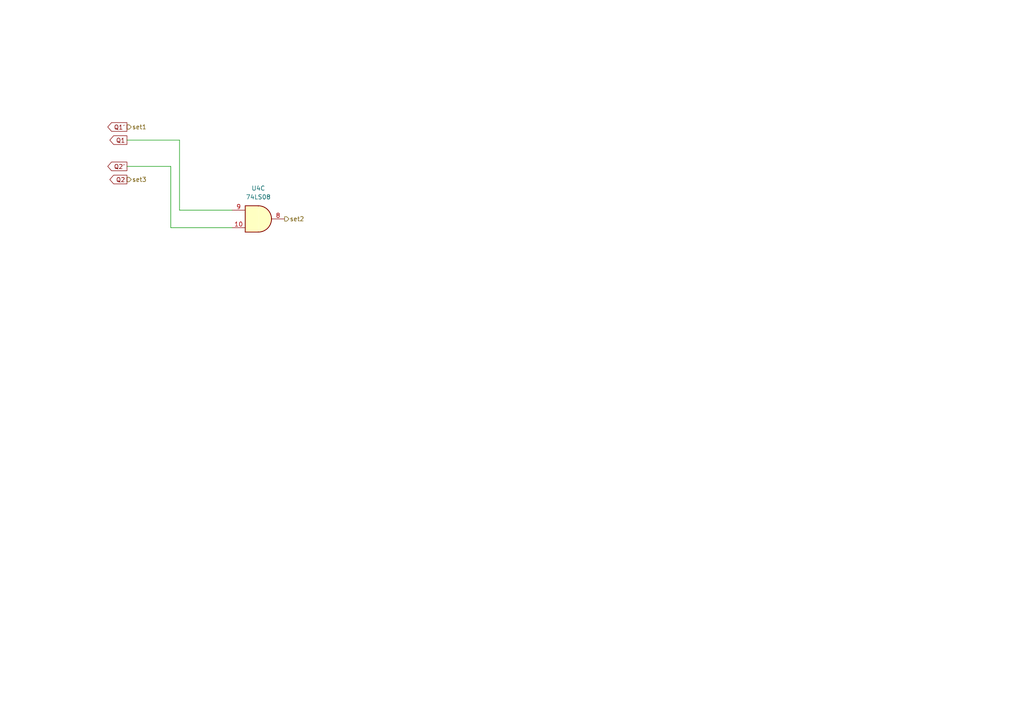
<source format=kicad_sch>
(kicad_sch (version 20250114) (generator "eeschema") (generator_version "9.0")
  (paper "A4")
  (lib_symbols
    (symbol "74xx:74LS08" (pin_names (offset 1.016))
      (property "Reference" "U" (at 0 1.27 0))
      (property "Value" "74LS08" (at 0 -1.27 0))
      (symbol "74LS08_1_1"
        (arc (start 0 3.81) (mid 3.7934 0) (end 0 -3.81) (stroke (width 0.254)) (fill (type background)))
        (polyline (pts (xy 0 3.81) (xy -3.81 3.81) (xy -3.81 -3.81) (xy 0 -3.81)) (stroke (width 0.254)) (fill (type background)))
        (pin input line (at -7.62 2.54 0) (length 3.81) (name "~") (number "1"))
        (pin input line (at -7.62 -2.54 0) (length 3.81) (name "~") (number "2"))
        (pin output line (at 7.62 0 180) (length 3.81) (name "~") (number "3"))
      )
      (symbol "74LS08_1_2"
        (arc (start -3.81 3.81) (mid -2.589 0) (end -3.81 -3.81) (stroke (width 0.254)))
        (polyline (pts (xy -3.81 3.81) (xy -0.635 3.81)) (stroke (width 0.254)) (fill (type background)))
        (polyline (pts (xy -3.81 -3.81) (xy -0.635 -3.81)) (stroke (width 0.254)) (fill (type background)))
        (arc (start 3.81 0) (mid 2.1855 -2.584) (end -0.6096 -3.81) (stroke (width 0.254)) (fill (type background)))
        (arc (start -0.6096 3.81) (mid 2.1928 2.5924) (end 3.81 0) (stroke (width 0.254)) (fill (type background)))
        (polyline (pts (xy -0.635 3.81) (xy -3.81 3.81) (xy -3.81 3.81) (xy -3.556 3.4036) (xy -3.0226 2.2606) (xy -2.6924 1.0414) (xy -2.6162 -0.254) (xy -2.7686 -1.4986) (xy -3.175 -2.7178) (xy -3.81 -3.81) (xy -3.81 -3.81) (xy -0.635 -3.81)) (stroke (width -25.4)) (fill (type background)))
        (pin input inverted (at -7.62 2.54 0) (length 4.318) (name "~") (number "1"))
        (pin input inverted (at -7.62 -2.54 0) (length 4.318) (name "~") (number "2"))
        (pin output inverted (at 7.62 0 180) (length 3.81) (name "~") (number "3"))
      )
      (symbol "74LS08_2_1"
        (arc (start 0 3.81) (mid 3.7934 0) (end 0 -3.81) (stroke (width 0.254)) (fill (type background)))
        (polyline (pts (xy 0 3.81) (xy -3.81 3.81) (xy -3.81 -3.81) (xy 0 -3.81)) (stroke (width 0.254)) (fill (type background)))
        (pin input line (at -7.62 2.54 0) (length 3.81) (name "~") (number "4"))
        (pin input line (at -7.62 -2.54 0) (length 3.81) (name "~") (number "5"))
        (pin output line (at 7.62 0 180) (length 3.81) (name "~") (number "6"))
      )
      (symbol "74LS08_2_2"
        (arc (start -3.81 3.81) (mid -2.589 0) (end -3.81 -3.81) (stroke (width 0.254)))
        (polyline (pts (xy -3.81 3.81) (xy -0.635 3.81)) (stroke (width 0.254)) (fill (type background)))
        (polyline (pts (xy -3.81 -3.81) (xy -0.635 -3.81)) (stroke (width 0.254)) (fill (type background)))
        (arc (start 3.81 0) (mid 2.1855 -2.584) (end -0.6096 -3.81) (stroke (width 0.254)) (fill (type background)))
        (arc (start -0.6096 3.81) (mid 2.1928 2.5924) (end 3.81 0) (stroke (width 0.254)) (fill (type background)))
        (polyline (pts (xy -0.635 3.81) (xy -3.81 3.81) (xy -3.81 3.81) (xy -3.556 3.4036) (xy -3.0226 2.2606) (xy -2.6924 1.0414) (xy -2.6162 -0.254) (xy -2.7686 -1.4986) (xy -3.175 -2.7178) (xy -3.81 -3.81) (xy -3.81 -3.81) (xy -0.635 -3.81)) (stroke (width -25.4)) (fill (type background)))
        (pin input inverted (at -7.62 2.54 0) (length 4.318) (name "~") (number "4"))
        (pin input inverted (at -7.62 -2.54 0) (length 4.318) (name "~") (number "5"))
        (pin output inverted (at 7.62 0 180) (length 3.81) (name "~") (number "6"))
      )
      (symbol "74LS08_3_1"
        (arc (start 0 3.81) (mid 3.7934 0) (end 0 -3.81) (stroke (width 0.254)) (fill (type background)))
        (polyline (pts (xy 0 3.81) (xy -3.81 3.81) (xy -3.81 -3.81) (xy 0 -3.81)) (stroke (width 0.254)) (fill (type background)))
        (pin input line (at -7.62 2.54 0) (length 3.81) (name "~") (number "9"))
        (pin input line (at -7.62 -2.54 0) (length 3.81) (name "~") (number "10"))
        (pin output line (at 7.62 0 180) (length 3.81) (name "~") (number "8"))
      )
      (symbol "74LS08_3_2"
        (arc (start -3.81 3.81) (mid -2.589 0) (end -3.81 -3.81) (stroke (width 0.254)))
        (polyline (pts (xy -3.81 3.81) (xy -0.635 3.81)) (stroke (width 0.254)) (fill (type background)))
        (polyline (pts (xy -3.81 -3.81) (xy -0.635 -3.81)) (stroke (width 0.254)) (fill (type background)))
        (arc (start 3.81 0) (mid 2.1855 -2.584) (end -0.6096 -3.81) (stroke (width 0.254)) (fill (type background)))
        (arc (start -0.6096 3.81) (mid 2.1928 2.5924) (end 3.81 0) (stroke (width 0.254)) (fill (type background)))
        (polyline (pts (xy -0.635 3.81) (xy -3.81 3.81) (xy -3.81 3.81) (xy -3.556 3.4036) (xy -3.0226 2.2606) (xy -2.6924 1.0414) (xy -2.6162 -0.254) (xy -2.7686 -1.4986) (xy -3.175 -2.7178) (xy -3.81 -3.81) (xy -3.81 -3.81) (xy -0.635 -3.81)) (stroke (width -25.4)) (fill (type background)))
        (pin input inverted (at -7.62 2.54 0) (length 4.318) (name "~") (number "9"))
        (pin input inverted (at -7.62 -2.54 0) (length 4.318) (name "~") (number "10"))
        (pin output inverted (at 7.62 0 180) (length 3.81) (name "~") (number "8"))
      )
      (symbol "74LS08_4_1"
        (arc (start 0 3.81) (mid 3.7934 0) (end 0 -3.81) (stroke (width 0.254)) (fill (type background)))
        (polyline (pts (xy 0 3.81) (xy -3.81 3.81) (xy -3.81 -3.81) (xy 0 -3.81)) (stroke (width 0.254)) (fill (type background)))
        (pin input line (at -7.62 2.54 0) (length 3.81) (name "~") (number "12"))
        (pin input line (at -7.62 -2.54 0) (length 3.81) (name "~") (number "13"))
        (pin output line (at 7.62 0 180) (length 3.81) (name "~") (number "11"))
      )
      (symbol "74LS08_4_2"
        (arc (start -3.81 3.81) (mid -2.589 0) (end -3.81 -3.81) (stroke (width 0.254)))
        (polyline (pts (xy -3.81 3.81) (xy -0.635 3.81)) (stroke (width 0.254)) (fill (type background)))
        (polyline (pts (xy -3.81 -3.81) (xy -0.635 -3.81)) (stroke (width 0.254)) (fill (type background)))
        (arc (start 3.81 0) (mid 2.1855 -2.584) (end -0.6096 -3.81) (stroke (width 0.254)) (fill (type background)))
        (arc (start -0.6096 3.81) (mid 2.1928 2.5924) (end 3.81 0) (stroke (width 0.254)) (fill (type background)))
        (polyline (pts (xy -0.635 3.81) (xy -3.81 3.81) (xy -3.81 3.81) (xy -3.556 3.4036) (xy -3.0226 2.2606) (xy -2.6924 1.0414) (xy -2.6162 -0.254) (xy -2.7686 -1.4986) (xy -3.175 -2.7178) (xy -3.81 -3.81) (xy -3.81 -3.81) (xy -0.635 -3.81)) (stroke (width -25.4)) (fill (type background)))
        (pin input inverted (at -7.62 2.54 0) (length 4.318) (name "~") (number "12"))
        (pin input inverted (at -7.62 -2.54 0) (length 4.318) (name "~") (number "13"))
        (pin output inverted (at 7.62 0 180) (length 3.81) (name "~") (number "11"))
      )
      (symbol "74LS08_5_0"
        (pin power_in line (at 0 12.7 270) (length 5.08) (name "VCC") (number "14"))
        (pin power_in line (at 0 -12.7 90) (length 5.08) (name "GND") (number "7"))
      )
      (symbol "74LS08_5_1"
        (rectangle (start -5.08 7.62) (end 5.08 -7.62) (stroke (width 0.254)) (fill (type background)))
      )
    )
  )
  (wire (pts (xy 52.07 60.96) (xy 67.31 60.96)))
  (wire (pts (xy 36.83 48.26) (xy 49.53 48.26)))
  (wire (pts (xy 49.53 48.26) (xy 49.53 66.04)))
  (wire (pts (xy 36.83 40.64) (xy 52.07 40.64)))
  (wire (pts (xy 49.53 66.04) (xy 67.31 66.04)))
  (wire (pts (xy 52.07 40.64) (xy 52.07 60.96)))
  (global_label "Q2" (shape output) (at 36.83 52.07 180) (property "Intersheetrefs" "${INTERSHEET_REFS}" (effects (hide yes))))
  (global_label "Q1" (shape output) (at 36.83 40.64 180) (property "Intersheetrefs" "${INTERSHEET_REFS}" (effects (hide yes))))
  (global_label "Q1'" (shape output) (at 36.83 36.83 180) (property "Intersheetrefs" "${INTERSHEET_REFS}" (effects (hide yes))))
  (global_label "Q2'" (shape output) (at 36.83 48.26 180) (property "Intersheetrefs" "${INTERSHEET_REFS}" (effects (hide yes))))
  (hierarchical_label "set2" (shape output) (at 82.55 63.5 0))
  (hierarchical_label "set3" (shape output) (at 36.83 52.07 0))
  (hierarchical_label "set1" (shape output) (at 36.83 36.83 0))
  (symbol (lib_id "74xx:74LS08") (at 74.93 63.5 0) (unit 3)
    (property "Reference" "U4" (at 74.9217 54.61 0))
    (property "Value" "74LS08" (at 74.9217 57.15 0))
    (property "Footprint" "Package_DIP:DIP-14_W7.62mm_LongPads" (effects (hide yes)))
    (property "Datasheet" "http://www.ti.com/lit/gpn/sn74LS08" (effects (hide yes)))
    (property "Description" "Quad And2" (effects (hide yes)))
  )
)
</source>
